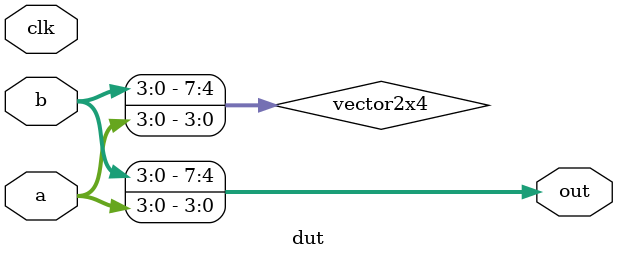
<source format=sv>
/* Generated by Synlig (git sha1 10abd26b5, g++ 12.2.0-14 -fPIC -O3) */

(* top =  1  *)
(* src = "/root/synlig/synlig/tests/simple_tests/MultiDimHierPath/dut.sv:1.1-16.10" *)
module dut(clk, a, b, out);
  (* src = "/root/synlig/synlig/tests/simple_tests/MultiDimHierPath/dut.sv:3.29-3.30" *)
  input [3:0] a;
  wire [3:0] a;
  (* src = "/root/synlig/synlig/tests/simple_tests/MultiDimHierPath/dut.sv:4.29-4.30" *)
  input [3:0] b;
  wire [3:0] b;
  (* src = "/root/synlig/synlig/tests/simple_tests/MultiDimHierPath/dut.sv:2.17-2.20" *)
  input clk;
  wire clk;
  (* src = "/root/synlig/synlig/tests/simple_tests/MultiDimHierPath/dut.sv:5.29-5.32" *)
  output [7:0] out;
  wire [7:0] out;
  (* src = "/root/synlig/synlig/tests/simple_tests/MultiDimHierPath/dut.sv:9.18-9.27" *)
  (* wiretype = "\\logic4" *)
  wire [7:0] vector2x4;
  assign out = { b, a };
  assign vector2x4 = { b, a };
endmodule

</source>
